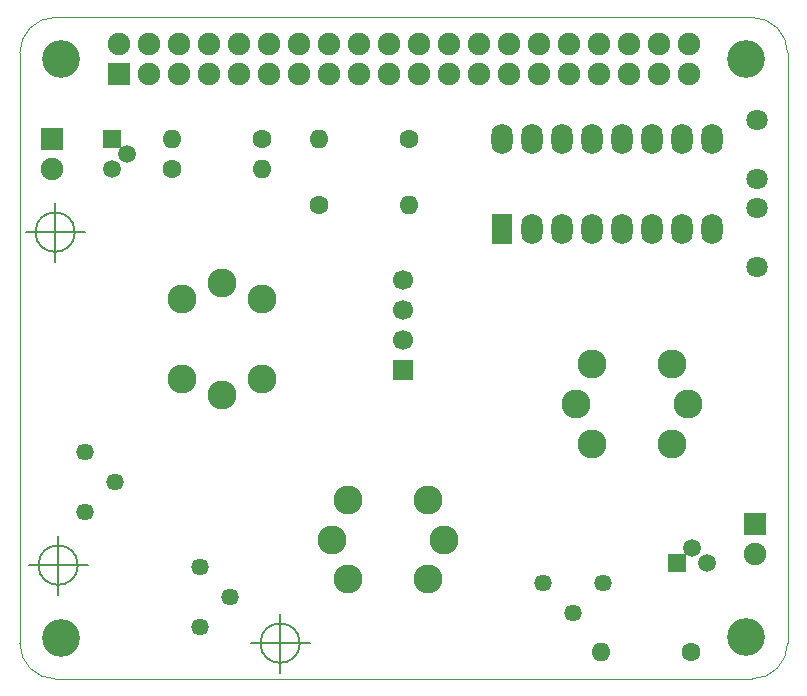
<source format=gbr>
%TF.GenerationSoftware,KiCad,Pcbnew,(5.1.0)-1*%
%TF.CreationDate,2021-12-23T09:16:39+02:00*%
%TF.ProjectId,RPI_HAT_sensors,5250495f-4841-4545-9f73-656e736f7273,rev?*%
%TF.SameCoordinates,Original*%
%TF.FileFunction,Soldermask,Bot*%
%TF.FilePolarity,Negative*%
%FSLAX46Y46*%
G04 Gerber Fmt 4.6, Leading zero omitted, Abs format (unit mm)*
G04 Created by KiCad (PCBNEW (5.1.0)-1) date 2021-12-23 09:16:39*
%MOMM*%
%LPD*%
G04 APERTURE LIST*
%ADD10C,0.150000*%
%ADD11C,0.100000*%
%ADD12C,2.450000*%
%ADD13R,1.900000X1.900000*%
%ADD14O,1.900000X1.900000*%
%ADD15C,3.200000*%
%ADD16R,1.800000X2.600000*%
%ADD17O,1.800000X2.600000*%
%ADD18C,1.460000*%
%ADD19C,1.500000*%
%ADD20R,1.500000X1.500000*%
%ADD21O,1.600000X1.600000*%
%ADD22C,1.600000*%
%ADD23R,1.700000X1.700000*%
%ADD24C,1.700000*%
%ADD25C,1.800000*%
G04 APERTURE END LIST*
D10*
X102250666Y-113792000D02*
G75*
G03X102250666Y-113792000I-1666666J0D01*
G01*
X98084000Y-113792000D02*
X103084000Y-113792000D01*
X100584000Y-111292000D02*
X100584000Y-116292000D01*
X83454666Y-107188000D02*
G75*
G03X83454666Y-107188000I-1666666J0D01*
G01*
X79288000Y-107188000D02*
X84288000Y-107188000D01*
X81788000Y-104688000D02*
X81788000Y-109688000D01*
X83200666Y-78994000D02*
G75*
G03X83200666Y-78994000I-1666666J0D01*
G01*
X79034000Y-78994000D02*
X84034000Y-78994000D01*
X81534000Y-76494000D02*
X81534000Y-81494000D01*
D11*
X78546356Y-63817611D02*
X78546356Y-113817611D01*
X78546356Y-63817611D02*
G75*
G02X81546356Y-60817611I3000000J0D01*
G01*
X140546356Y-60817611D02*
X81546356Y-60817611D01*
X140546356Y-60817611D02*
G75*
G02X143546356Y-63817611I0J-3000000D01*
G01*
X143546356Y-113817611D02*
X143546356Y-63817611D01*
X81546356Y-116817611D02*
G75*
G02X78546356Y-113817611I0J3000000D01*
G01*
X81546356Y-116817611D02*
X140546356Y-116817611D01*
X143546351Y-113822847D02*
G75*
G02X140546356Y-116817611I-2999995J5236D01*
G01*
D12*
X113100500Y-108401500D03*
X106355500Y-108401500D03*
X104978000Y-105029000D03*
X106355500Y-101656500D03*
X113100500Y-101656500D03*
X114478000Y-105029000D03*
D13*
X86920000Y-65590000D03*
D14*
X86920000Y-63050000D03*
X89460000Y-65590000D03*
X89460000Y-63050000D03*
X92000000Y-65590000D03*
X92000000Y-63050000D03*
X94540000Y-65590000D03*
X94540000Y-63050000D03*
X97080000Y-65590000D03*
X97080000Y-63050000D03*
X99620000Y-65590000D03*
X99620000Y-63050000D03*
X102160000Y-65590000D03*
X102160000Y-63050000D03*
X104700000Y-65590000D03*
X104700000Y-63050000D03*
X107240000Y-65590000D03*
X107240000Y-63050000D03*
X109780000Y-65590000D03*
X109780000Y-63050000D03*
X112320000Y-65590000D03*
X112320000Y-63050000D03*
X114860000Y-65590000D03*
X114860000Y-63050000D03*
X117400000Y-65590000D03*
X117400000Y-63050000D03*
X119940000Y-65590000D03*
X119940000Y-63050000D03*
X122480000Y-65590000D03*
X122480000Y-63050000D03*
X125020000Y-65590000D03*
X125020000Y-63050000D03*
X127560000Y-65590000D03*
X127560000Y-63050000D03*
X130100000Y-65590000D03*
X130100000Y-63050000D03*
X132640000Y-65590000D03*
X132640000Y-63050000D03*
X135180000Y-65590000D03*
X135180000Y-63050000D03*
D15*
X82040000Y-64310000D03*
X140040000Y-64330000D03*
X82040000Y-113320000D03*
X140030000Y-113310000D03*
D12*
X92315000Y-91440000D03*
X92315000Y-84695000D03*
X95687500Y-83317500D03*
X99060000Y-84695000D03*
X99060000Y-91440000D03*
X95687500Y-92817500D03*
X125653600Y-93573600D03*
X127031100Y-96946100D03*
X133776100Y-96946100D03*
X135153600Y-93573600D03*
X133776100Y-90201100D03*
X127031100Y-90201100D03*
D16*
X119380000Y-78740000D03*
D17*
X137160000Y-71120000D03*
X121920000Y-78740000D03*
X134620000Y-71120000D03*
X124460000Y-78740000D03*
X132080000Y-71120000D03*
X127000000Y-78740000D03*
X129540000Y-71120000D03*
X129540000Y-78740000D03*
X127000000Y-71120000D03*
X132080000Y-78740000D03*
X124460000Y-71120000D03*
X134620000Y-78740000D03*
X121920000Y-71120000D03*
X137160000Y-78740000D03*
X119380000Y-71120000D03*
D18*
X84048600Y-102666800D03*
X86588600Y-100126800D03*
X84048600Y-97586800D03*
X93802200Y-107340400D03*
X96342200Y-109880400D03*
X93802200Y-112420400D03*
X122834400Y-108712000D03*
X125374400Y-111252000D03*
X127914400Y-108712000D03*
D13*
X81280000Y-71120000D03*
D14*
X81280000Y-73660000D03*
D19*
X87630000Y-72390000D03*
X86360000Y-73660000D03*
D20*
X86360000Y-71120000D03*
D21*
X91440000Y-71120000D03*
D22*
X99060000Y-71120000D03*
X91440000Y-73660000D03*
D21*
X99060000Y-73660000D03*
D22*
X111506000Y-71120000D03*
D21*
X103886000Y-71120000D03*
D23*
X110998000Y-90678000D03*
D24*
X110998000Y-88138000D03*
X110998000Y-85598000D03*
X110998000Y-83058000D03*
D25*
X140944600Y-69494400D03*
X140944600Y-74494400D03*
X140944600Y-76940400D03*
X140944600Y-81940400D03*
D13*
X140766800Y-103682800D03*
D14*
X140766800Y-106222800D03*
D19*
X135458200Y-105740200D03*
X136728200Y-107010200D03*
D20*
X134188200Y-107010200D03*
D22*
X103886000Y-76708000D03*
D21*
X111506000Y-76708000D03*
X127762000Y-114554000D03*
D22*
X135382000Y-114554000D03*
M02*

</source>
